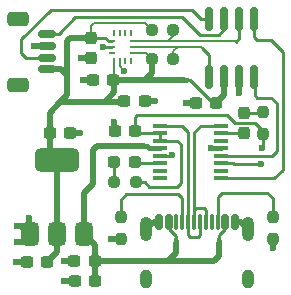
<source format=gbr>
%TF.GenerationSoftware,KiCad,Pcbnew,8.0.5*%
%TF.CreationDate,2024-11-23T20:35:32-07:00*%
%TF.ProjectId,2024_10_STM32C011J4M6_TestBoard,32303234-5f31-4305-9f53-544d33324330,rev?*%
%TF.SameCoordinates,Original*%
%TF.FileFunction,Copper,L1,Top*%
%TF.FilePolarity,Positive*%
%FSLAX46Y46*%
G04 Gerber Fmt 4.6, Leading zero omitted, Abs format (unit mm)*
G04 Created by KiCad (PCBNEW 8.0.5) date 2024-11-23 20:35:32*
%MOMM*%
%LPD*%
G01*
G04 APERTURE LIST*
G04 Aperture macros list*
%AMRoundRect*
0 Rectangle with rounded corners*
0 $1 Rounding radius*
0 $2 $3 $4 $5 $6 $7 $8 $9 X,Y pos of 4 corners*
0 Add a 4 corners polygon primitive as box body*
4,1,4,$2,$3,$4,$5,$6,$7,$8,$9,$2,$3,0*
0 Add four circle primitives for the rounded corners*
1,1,$1+$1,$2,$3*
1,1,$1+$1,$4,$5*
1,1,$1+$1,$6,$7*
1,1,$1+$1,$8,$9*
0 Add four rect primitives between the rounded corners*
20,1,$1+$1,$2,$3,$4,$5,0*
20,1,$1+$1,$4,$5,$6,$7,0*
20,1,$1+$1,$6,$7,$8,$9,0*
20,1,$1+$1,$8,$9,$2,$3,0*%
G04 Aperture macros list end*
%TA.AperFunction,SMDPad,CuDef*%
%ADD10RoundRect,0.237500X0.250000X0.237500X-0.250000X0.237500X-0.250000X-0.237500X0.250000X-0.237500X0*%
%TD*%
%TA.AperFunction,SMDPad,CuDef*%
%ADD11RoundRect,0.237500X-0.250000X-0.237500X0.250000X-0.237500X0.250000X0.237500X-0.250000X0.237500X0*%
%TD*%
%TA.AperFunction,SMDPad,CuDef*%
%ADD12RoundRect,0.237500X0.237500X-0.250000X0.237500X0.250000X-0.237500X0.250000X-0.237500X-0.250000X0*%
%TD*%
%TA.AperFunction,SMDPad,CuDef*%
%ADD13RoundRect,0.237500X0.300000X0.237500X-0.300000X0.237500X-0.300000X-0.237500X0.300000X-0.237500X0*%
%TD*%
%TA.AperFunction,SMDPad,CuDef*%
%ADD14R,1.200000X0.400000*%
%TD*%
%TA.AperFunction,SMDPad,CuDef*%
%ADD15RoundRect,0.237500X-0.300000X-0.237500X0.300000X-0.237500X0.300000X0.237500X-0.300000X0.237500X0*%
%TD*%
%TA.AperFunction,SMDPad,CuDef*%
%ADD16RoundRect,0.237500X-0.237500X0.250000X-0.237500X-0.250000X0.237500X-0.250000X0.237500X0.250000X0*%
%TD*%
%TA.AperFunction,SMDPad,CuDef*%
%ADD17RoundRect,0.237500X0.237500X-0.287500X0.237500X0.287500X-0.237500X0.287500X-0.237500X-0.287500X0*%
%TD*%
%TA.AperFunction,SMDPad,CuDef*%
%ADD18RoundRect,0.375000X0.375000X-0.625000X0.375000X0.625000X-0.375000X0.625000X-0.375000X-0.625000X0*%
%TD*%
%TA.AperFunction,SMDPad,CuDef*%
%ADD19RoundRect,0.500000X1.400000X-0.500000X1.400000X0.500000X-1.400000X0.500000X-1.400000X-0.500000X0*%
%TD*%
%TA.AperFunction,SMDPad,CuDef*%
%ADD20R,0.250000X0.475000*%
%TD*%
%TA.AperFunction,SMDPad,CuDef*%
%ADD21R,0.475000X0.250000*%
%TD*%
%TA.AperFunction,SMDPad,CuDef*%
%ADD22RoundRect,0.150000X-0.150000X-0.500000X0.150000X-0.500000X0.150000X0.500000X-0.150000X0.500000X0*%
%TD*%
%TA.AperFunction,SMDPad,CuDef*%
%ADD23RoundRect,0.075000X-0.075000X-0.575000X0.075000X-0.575000X0.075000X0.575000X-0.075000X0.575000X0*%
%TD*%
%TA.AperFunction,ComponentPad*%
%ADD24O,1.000000X2.100000*%
%TD*%
%TA.AperFunction,ComponentPad*%
%ADD25O,1.000000X1.600000*%
%TD*%
%TA.AperFunction,SMDPad,CuDef*%
%ADD26RoundRect,0.237500X0.287500X0.237500X-0.287500X0.237500X-0.287500X-0.237500X0.287500X-0.237500X0*%
%TD*%
%TA.AperFunction,SMDPad,CuDef*%
%ADD27RoundRect,0.237500X-0.237500X0.300000X-0.237500X-0.300000X0.237500X-0.300000X0.237500X0.300000X0*%
%TD*%
%TA.AperFunction,SMDPad,CuDef*%
%ADD28RoundRect,0.150000X0.625000X-0.150000X0.625000X0.150000X-0.625000X0.150000X-0.625000X-0.150000X0*%
%TD*%
%TA.AperFunction,SMDPad,CuDef*%
%ADD29RoundRect,0.250000X0.650000X-0.350000X0.650000X0.350000X-0.650000X0.350000X-0.650000X-0.350000X0*%
%TD*%
%TA.AperFunction,SMDPad,CuDef*%
%ADD30RoundRect,0.150000X0.150000X-0.825000X0.150000X0.825000X-0.150000X0.825000X-0.150000X-0.825000X0*%
%TD*%
%TA.AperFunction,ViaPad*%
%ADD31C,0.600000*%
%TD*%
%TA.AperFunction,Conductor*%
%ADD32C,0.200000*%
%TD*%
%TA.AperFunction,Conductor*%
%ADD33C,0.508000*%
%TD*%
%TA.AperFunction,Conductor*%
%ADD34C,0.381000*%
%TD*%
%TA.AperFunction,Conductor*%
%ADD35C,0.254000*%
%TD*%
%TA.AperFunction,Conductor*%
%ADD36C,0.304800*%
%TD*%
G04 APERTURE END LIST*
D10*
%TO.P,R6,1*%
%TO.N,/I2C_SCL*%
X122021900Y-70729200D03*
%TO.P,R6,2*%
%TO.N,+3.3V*%
X120196900Y-70729200D03*
%TD*%
D11*
%TO.P,R5,1*%
%TO.N,+3.3V*%
X120171900Y-68254200D03*
%TO.P,R5,2*%
%TO.N,/I2C_SDA*%
X121996900Y-68254200D03*
%TD*%
D12*
%TO.P,R4,1*%
%TO.N,GND*%
X117551200Y-85926300D03*
%TO.P,R4,2*%
%TO.N,Net-(J3-CC1)*%
X117551200Y-84101300D03*
%TD*%
D13*
%TO.P,C7,1*%
%TO.N,+3.3V*%
X125652700Y-74422000D03*
%TO.P,C7,2*%
%TO.N,GND*%
X123927700Y-74422000D03*
%TD*%
D14*
%TO.P,U2,1,TXD*%
%TO.N,/FTDI_TX*%
X126094800Y-80804600D03*
%TO.P,U2,2,~{RTS}*%
%TO.N,unconnected-(U2-~{RTS}-Pad2)*%
X126094800Y-80169600D03*
%TO.P,U2,3,VCCIO*%
%TO.N,/MODE*%
X126094800Y-79534600D03*
%TO.P,U2,4,RXD*%
%TO.N,/FTDI_RX*%
X126094800Y-78899600D03*
%TO.P,U2,5,GND*%
%TO.N,GND*%
X126094800Y-78264600D03*
%TO.P,U2,6,~{CTS}*%
%TO.N,unconnected-(U2-~{CTS}-Pad6)*%
X126094800Y-77629600D03*
%TO.P,U2,7,CBUS2*%
%TO.N,Net-(D2-K)*%
X126094800Y-76994600D03*
%TO.P,U2,8,USBDP*%
%TO.N,/FTDI_D+*%
X126094800Y-76359600D03*
%TO.P,U2,9,USBDM*%
%TO.N,/FTDI_D-*%
X120894800Y-76359600D03*
%TO.P,U2,10,3V3OUT*%
%TO.N,/MODE*%
X120894800Y-76994600D03*
%TO.P,U2,11,~{RESET}*%
X120894800Y-77629600D03*
%TO.P,U2,12,VCC*%
%TO.N,+5V*%
X120894800Y-78264600D03*
%TO.P,U2,13,GND*%
%TO.N,GND*%
X120894800Y-78899600D03*
%TO.P,U2,14,CBUS1*%
%TO.N,Net-(D1-K)*%
X120894800Y-79534600D03*
%TO.P,U2,15,CBUS0*%
%TO.N,unconnected-(U2-CBUS0-Pad15)*%
X120894800Y-80169600D03*
%TO.P,U2,16,CBUS3*%
%TO.N,unconnected-(U2-CBUS3-Pad16)*%
X120894800Y-80804600D03*
%TD*%
D15*
%TO.P,C9,1*%
%TO.N,+3.3V*%
X117869100Y-74289100D03*
%TO.P,C9,2*%
%TO.N,GND*%
X119594100Y-74289100D03*
%TD*%
D13*
%TO.P,C5,1*%
%TO.N,+3.3V*%
X111327100Y-87884000D03*
%TO.P,C5,2*%
%TO.N,GND*%
X109602100Y-87884000D03*
%TD*%
D16*
%TO.P,R3,1*%
%TO.N,Net-(J3-CC2)*%
X130454400Y-84101300D03*
%TO.P,R3,2*%
%TO.N,GND*%
X130454400Y-85926300D03*
%TD*%
D17*
%TO.P,D2,1,K*%
%TO.N,Net-(D2-K)*%
X127965200Y-77024200D03*
%TO.P,D2,2,A*%
%TO.N,Net-(D2-A)*%
X127965200Y-75274200D03*
%TD*%
D13*
%TO.P,C1,1*%
%TO.N,/MODE*%
X118769300Y-76835000D03*
%TO.P,C1,2*%
%TO.N,GND*%
X117044300Y-76835000D03*
%TD*%
D18*
%TO.P,U3,1,GND*%
%TO.N,GND*%
X109841000Y-85547600D03*
%TO.P,U3,2,VO*%
%TO.N,+3.3V*%
X112141000Y-85547600D03*
D19*
X112141000Y-79247600D03*
D18*
%TO.P,U3,3,VI*%
%TO.N,+5V*%
X114441000Y-85547600D03*
%TD*%
D20*
%TO.P,MT1,1,AP_SDO/AP_AD0*%
%TO.N,unconnected-(MT1-AP_SDO{slash}AP_AD0-Pad1)*%
X118459400Y-68566700D03*
%TO.P,MT1,2,RESV*%
%TO.N,unconnected-(MT1-RESV-Pad2)*%
X117959400Y-68566700D03*
%TO.P,MT1,3,RESV__1*%
%TO.N,unconnected-(MT1-RESV__1-Pad3)*%
X117459400Y-68566700D03*
%TO.P,MT1,4,INT1/INT*%
%TO.N,unconnected-(MT1-INT1{slash}INT-Pad4)*%
X116959400Y-68566700D03*
D21*
%TO.P,MT1,5,VDDIO*%
%TO.N,+3.3V*%
X116796900Y-69229200D03*
%TO.P,MT1,6,GND*%
%TO.N,GND*%
X116796900Y-69729200D03*
%TO.P,MT1,7,RESV__2*%
%TO.N,unconnected-(MT1-RESV__2-Pad7)*%
X116796900Y-70229200D03*
D20*
%TO.P,MT1,8,VDD*%
%TO.N,+3.3V*%
X116959400Y-70891700D03*
%TO.P,MT1,9,INT2/FSYNC*%
%TO.N,GND*%
X117459400Y-70891700D03*
%TO.P,MT1,10,RESV__3*%
%TO.N,unconnected-(MT1-RESV__3-Pad10)*%
X117959400Y-70891700D03*
%TO.P,MT1,11,RESV__4*%
%TO.N,unconnected-(MT1-RESV__4-Pad11)*%
X118459400Y-70891700D03*
D21*
%TO.P,MT1,12,AP_CS*%
%TO.N,+3.3V*%
X118621900Y-70229200D03*
%TO.P,MT1,13,AP_SCL/AP_SCLK*%
%TO.N,/I2C_SCL*%
X118621900Y-69729200D03*
%TO.P,MT1,14,AP_SDA/AP_SDIO/AP_SDI*%
%TO.N,/I2C_SDA*%
X118621900Y-69229200D03*
%TD*%
D13*
%TO.P,C3,1*%
%TO.N,+5V*%
X115392200Y-89509600D03*
%TO.P,C3,2*%
%TO.N,GND*%
X113667200Y-89509600D03*
%TD*%
D22*
%TO.P,J3,A1,GND*%
%TO.N,GND*%
X120828200Y-84494600D03*
%TO.P,J3,A4,VBUS*%
%TO.N,+5V*%
X121628200Y-84494600D03*
D23*
%TO.P,J3,A5,CC1*%
%TO.N,Net-(J3-CC1)*%
X122778200Y-84494600D03*
%TO.P,J3,A6,D+*%
%TO.N,/FTDI_D+*%
X123778200Y-84494600D03*
%TO.P,J3,A7,D-*%
%TO.N,/FTDI_D-*%
X124278200Y-84494600D03*
%TO.P,J3,A8*%
%TO.N,N/C*%
X125278200Y-84494600D03*
D22*
%TO.P,J3,A9,VBUS*%
%TO.N,+5V*%
X126428200Y-84494600D03*
%TO.P,J3,A12,GND*%
%TO.N,GND*%
X127228200Y-84494600D03*
%TO.P,J3,B1,GND*%
X127228200Y-84494600D03*
%TO.P,J3,B4,VBUS*%
%TO.N,+5V*%
X126428200Y-84494600D03*
D23*
%TO.P,J3,B5,CC2*%
%TO.N,Net-(J3-CC2)*%
X125778200Y-84494600D03*
%TO.P,J3,B6,D+*%
%TO.N,/FTDI_D+*%
X124778200Y-84494600D03*
%TO.P,J3,B7,D-*%
%TO.N,/FTDI_D-*%
X123278200Y-84494600D03*
%TO.P,J3,B8*%
%TO.N,N/C*%
X122278200Y-84494600D03*
D22*
%TO.P,J3,B9,VBUS*%
%TO.N,+5V*%
X121628200Y-84494600D03*
%TO.P,J3,B12,GND*%
%TO.N,GND*%
X120828200Y-84494600D03*
D24*
%TO.P,J3,S1,SHIELD*%
X119708200Y-85134600D03*
D25*
X119708200Y-89314600D03*
D24*
X128348200Y-85134600D03*
D25*
X128348200Y-89314600D03*
%TD*%
D11*
%TO.P,R1,1*%
%TO.N,Net-(D1-A)*%
X116994300Y-81178400D03*
%TO.P,R1,2*%
%TO.N,/MODE*%
X118819300Y-81178400D03*
%TD*%
D15*
%TO.P,C6,1*%
%TO.N,+3.3V*%
X111532500Y-76962000D03*
%TO.P,C6,2*%
%TO.N,GND*%
X113257500Y-76962000D03*
%TD*%
D26*
%TO.P,D1,1,K*%
%TO.N,Net-(D1-K)*%
X118767800Y-79476600D03*
%TO.P,D1,2,A*%
%TO.N,Net-(D1-A)*%
X117017800Y-79476600D03*
%TD*%
D27*
%TO.P,C10,1*%
%TO.N,+3.3V*%
X115017000Y-68917500D03*
%TO.P,C10,2*%
%TO.N,GND*%
X115017000Y-70642500D03*
%TD*%
D13*
%TO.P,C8,1*%
%TO.N,+3.3V*%
X116946900Y-72529200D03*
%TO.P,C8,2*%
%TO.N,GND*%
X115221900Y-72529200D03*
%TD*%
D28*
%TO.P,J2,1,Pin_1*%
%TO.N,+3.3V*%
X111353600Y-71602600D03*
%TO.P,J2,2,Pin_2*%
%TO.N,/SWCLK*%
X111353600Y-70602600D03*
%TO.P,J2,3,Pin_3*%
%TO.N,GND*%
X111353600Y-69602600D03*
%TO.P,J2,4,Pin_4*%
%TO.N,/SWDIO*%
X111353600Y-68602600D03*
D29*
%TO.P,J2,MP*%
%TO.N,N/C*%
X108828600Y-72902600D03*
X108828600Y-67302600D03*
%TD*%
D16*
%TO.P,R2,1*%
%TO.N,Net-(D2-A)*%
X129616200Y-75236700D03*
%TO.P,R2,2*%
%TO.N,/MODE*%
X129616200Y-77061700D03*
%TD*%
D13*
%TO.P,C4,1*%
%TO.N,+5V*%
X115365700Y-87807800D03*
%TO.P,C4,2*%
%TO.N,GND*%
X113640700Y-87807800D03*
%TD*%
D30*
%TO.P,U1,1,PC14/PB7*%
%TO.N,/I2C_SCL*%
X125069600Y-72274200D03*
%TO.P,U1,2,VDD*%
%TO.N,+3.3V*%
X126339600Y-72274200D03*
%TO.P,U1,3,VSS*%
%TO.N,GND*%
X127609600Y-72274200D03*
%TO.P,U1,4,PF2/PA0/PA1/PA2*%
%TO.N,/FTDI_RX*%
X128879600Y-72274200D03*
%TO.P,U1,5,PA8/PA9/PA11*%
%TO.N,/FTDI_TX*%
X128879600Y-67324200D03*
%TO.P,U1,6,PA10/PA12*%
%TO.N,/I2C_SDA*%
X127609600Y-67324200D03*
%TO.P,U1,7,PA13*%
%TO.N,/SWDIO*%
X126339600Y-67324200D03*
%TO.P,U1,8,PC15/PA14/PB6*%
%TO.N,/SWCLK*%
X125069600Y-67324200D03*
%TD*%
D31*
%TO.N,GND*%
X117834400Y-71704200D03*
X108762800Y-84836000D03*
X114369200Y-72523300D03*
X130454400Y-86741000D03*
X109829600Y-84201000D03*
X110261400Y-69596000D03*
X108737400Y-87884000D03*
X123063000Y-74422000D03*
X125171200Y-78257400D03*
X112776000Y-87807800D03*
X112801400Y-89509600D03*
X114122200Y-76962000D03*
X117017800Y-76022200D03*
X108762800Y-86233000D03*
X116021000Y-69735100D03*
X121945400Y-78892400D03*
X127609600Y-73609200D03*
X120472200Y-74269600D03*
X114217600Y-70624100D03*
X116763800Y-85928200D03*
%TO.N,/MODE*%
X129565400Y-78257400D03*
X129438400Y-79603600D03*
%TD*%
D32*
%TO.N,+3.3V*%
X119596900Y-67679200D02*
X120171900Y-68254200D01*
X115259400Y-67679200D02*
X119596900Y-67679200D01*
X115259400Y-67679200D02*
X115017000Y-67921600D01*
X115017000Y-67921600D02*
X115017000Y-68917500D01*
X120171900Y-68254200D02*
X120171900Y-67866700D01*
%TO.N,GND*%
X117459400Y-71329200D02*
X117834400Y-71704200D01*
X117459400Y-70891700D02*
X117459400Y-71329200D01*
%TO.N,/I2C_SDA*%
X121534400Y-69229200D02*
X121996900Y-68766700D01*
X121996900Y-68766700D02*
X121996900Y-68254200D01*
X121534400Y-69229200D02*
X127289400Y-69229200D01*
X118621900Y-69229200D02*
X121534400Y-69229200D01*
%TO.N,/I2C_SCL*%
X122021900Y-70091700D02*
X122021900Y-70729200D01*
X122384400Y-69729200D02*
X122021900Y-70091700D01*
X118621900Y-69729200D02*
X122559400Y-69729200D01*
X122559400Y-69729200D02*
X124440800Y-69729200D01*
X122559400Y-69729200D02*
X122384400Y-69729200D01*
D33*
%TO.N,+3.3V*%
X117034400Y-73504200D02*
X117034400Y-72616700D01*
X115984400Y-74345800D02*
X116192800Y-74345800D01*
X115984400Y-74345800D02*
X117812400Y-74345800D01*
X117034400Y-72616700D02*
X116946900Y-72529200D01*
X116192800Y-74345800D02*
X117034400Y-73504200D01*
X113639600Y-74345800D02*
X115984400Y-74345800D01*
D32*
X116959400Y-72516700D02*
X116946900Y-72529200D01*
X116959400Y-70891700D02*
X116959400Y-72516700D01*
D33*
X116984500Y-72491600D02*
X116946900Y-72529200D01*
X119484400Y-72491600D02*
X116984500Y-72491600D01*
X120196900Y-71891700D02*
X120196900Y-70729200D01*
X119484400Y-72491600D02*
X119597000Y-72491600D01*
X119597000Y-72491600D02*
X120196900Y-71891700D01*
X121132600Y-72491600D02*
X119484400Y-72491600D01*
D32*
X119696900Y-70229200D02*
X120196900Y-70729200D01*
X118621900Y-70229200D02*
X119696900Y-70229200D01*
D33*
X113234400Y-68979200D02*
X114955300Y-68979200D01*
X114955300Y-68979200D02*
X115017000Y-68917500D01*
X112979200Y-69234400D02*
X113234400Y-68979200D01*
X112979200Y-72059800D02*
X112979200Y-69234400D01*
D32*
%TO.N,/I2C_SDA*%
X127289400Y-69229200D02*
X127328100Y-69267900D01*
%TO.N,/I2C_SCL*%
X124440800Y-69729200D02*
X124479500Y-69767900D01*
D33*
%TO.N,GND*%
X109829600Y-85536200D02*
X109841000Y-85547600D01*
X109841000Y-85547600D02*
X109841000Y-86069200D01*
D34*
X126094800Y-78264600D02*
X125178400Y-78264600D01*
D33*
X114236000Y-70642500D02*
X114217600Y-70624100D01*
X109829600Y-84201000D02*
X109829600Y-85536200D01*
X127228200Y-84494600D02*
X127708200Y-84494600D01*
X119594100Y-74289100D02*
X120452700Y-74289100D01*
X123927700Y-74422000D02*
X123063000Y-74422000D01*
X115221900Y-72529200D02*
X114375100Y-72529200D01*
X127609600Y-72274200D02*
X127609600Y-73609200D01*
X110261400Y-69596000D02*
X111347000Y-69596000D01*
X120828200Y-84494600D02*
X120348200Y-84494600D01*
X109841000Y-86069200D02*
X109677200Y-86233000D01*
X112776000Y-87807800D02*
X113640700Y-87807800D01*
D35*
X116026900Y-69729200D02*
X116021000Y-69735100D01*
D33*
X109129400Y-84836000D02*
X109841000Y-85547600D01*
D35*
X120894800Y-78899600D02*
X121938200Y-78899600D01*
D33*
X115017000Y-70642500D02*
X114236000Y-70642500D01*
X114122200Y-76962000D02*
X113257500Y-76962000D01*
X108762800Y-84836000D02*
X109129400Y-84836000D01*
D34*
X125178400Y-78264600D02*
X125171200Y-78257400D01*
D33*
X130454400Y-85926300D02*
X130454400Y-86741000D01*
X120452700Y-74289100D02*
X120472200Y-74269600D01*
X114375100Y-72529200D02*
X114369200Y-72523300D01*
X108737400Y-87884000D02*
X109602100Y-87884000D01*
X109677200Y-86233000D02*
X108762800Y-86233000D01*
X120348200Y-84494600D02*
X119708200Y-85134600D01*
D35*
X116796900Y-69729200D02*
X116026900Y-69729200D01*
D33*
X127708200Y-84494600D02*
X128348200Y-85134600D01*
D35*
X121938200Y-78899600D02*
X121945400Y-78892400D01*
D33*
X111347000Y-69596000D02*
X111353600Y-69602600D01*
X112801400Y-89509600D02*
X113667200Y-89509600D01*
X117551200Y-85926300D02*
X116765700Y-85926300D01*
X116765700Y-85926300D02*
X116763800Y-85928200D01*
X117017800Y-76022200D02*
X117017800Y-76808500D01*
X117017800Y-76808500D02*
X117044300Y-76835000D01*
D35*
%TO.N,/MODE*%
X122682000Y-81203800D02*
X122326400Y-81559400D01*
X118769300Y-76835000D02*
X118769300Y-75667700D01*
X120894800Y-76994600D02*
X120894800Y-77629600D01*
X118948200Y-75488800D02*
X126568200Y-75488800D01*
X126568200Y-75488800D02*
X127228600Y-76149200D01*
X129438400Y-79603600D02*
X127152400Y-79603600D01*
X127083400Y-79534600D02*
X126094800Y-79534600D01*
X122682000Y-77952600D02*
X122682000Y-81203800D01*
X119989600Y-81559400D02*
X119608600Y-81178400D01*
X120894800Y-76994600D02*
X118928900Y-76994600D01*
X129616200Y-76860400D02*
X129616200Y-77061700D01*
X122326400Y-81559400D02*
X119989600Y-81559400D01*
X118769300Y-75667700D02*
X118948200Y-75488800D01*
X119608600Y-81178400D02*
X118819300Y-81178400D01*
X129616200Y-78206600D02*
X129565400Y-78257400D01*
X129616200Y-77061700D02*
X129616200Y-78206600D01*
X128905000Y-76149200D02*
X129616200Y-76860400D01*
X120894800Y-77629600D02*
X122359000Y-77629600D01*
X122359000Y-77629600D02*
X122682000Y-77952600D01*
X127228600Y-76149200D02*
X128905000Y-76149200D01*
X118928900Y-76994600D02*
X118769300Y-76835000D01*
X127152400Y-79603600D02*
X127083400Y-79534600D01*
D33*
%TO.N,+5V*%
X115392200Y-87834300D02*
X115365700Y-87807800D01*
X115239800Y-78409800D02*
X115239800Y-81280000D01*
D35*
X126428200Y-85103000D02*
X125882400Y-85648800D01*
D33*
X125882400Y-87426800D02*
X125882400Y-86283800D01*
D36*
X125882400Y-85928200D02*
X125882400Y-86106000D01*
D33*
X115365700Y-87807800D02*
X121335800Y-87807800D01*
D35*
X121628200Y-85103000D02*
X122224800Y-85699600D01*
D33*
X115392200Y-89509600D02*
X115392200Y-87834300D01*
X122224800Y-87122000D02*
X121539000Y-87807800D01*
X121335800Y-87807800D02*
X125501400Y-87807800D01*
D35*
X126428200Y-84494600D02*
X126428200Y-85103000D01*
D34*
X125882400Y-86106000D02*
X125882400Y-86283800D01*
D33*
X115570000Y-78079600D02*
X115239800Y-78409800D01*
X114441000Y-82078800D02*
X114441000Y-85547600D01*
X121539000Y-87807800D02*
X121335800Y-87807800D01*
D34*
X119946000Y-78264600D02*
X119761000Y-78079600D01*
X122224800Y-86131400D02*
X122224800Y-86309200D01*
D33*
X125501400Y-87807800D02*
X125882400Y-87426800D01*
X115366800Y-86473400D02*
X114441000Y-85547600D01*
D36*
X122224800Y-85953600D02*
X122224800Y-86131400D01*
D33*
X122224800Y-86309200D02*
X122224800Y-87122000D01*
X119532400Y-78079600D02*
X115570000Y-78079600D01*
X115365700Y-87807800D02*
X115366800Y-87806700D01*
D34*
X120894800Y-78264600D02*
X119946000Y-78264600D01*
X119761000Y-78079600D02*
X119532400Y-78079600D01*
D35*
X125882400Y-85648800D02*
X125882400Y-85928200D01*
D33*
X115366800Y-87806700D02*
X115366800Y-86473400D01*
D35*
X122224800Y-85699600D02*
X122224800Y-85953600D01*
X121628200Y-84494600D02*
X121628200Y-85103000D01*
D33*
X115239800Y-81280000D02*
X114441000Y-82078800D01*
%TO.N,+3.3V*%
X112979200Y-73812400D02*
X112445800Y-74345800D01*
D35*
X124739400Y-73787000D02*
X125374400Y-74422000D01*
X125374400Y-74422000D02*
X125652700Y-74422000D01*
D33*
X111532500Y-78639100D02*
X112141000Y-79247600D01*
D35*
X116946600Y-72528900D02*
X116946900Y-72529200D01*
D33*
X111353600Y-71602600D02*
X112522000Y-71602600D01*
D35*
X116249600Y-68922300D02*
X115021800Y-68922300D01*
D33*
X112141000Y-85547600D02*
X112141000Y-79247600D01*
D35*
X115021800Y-68922300D02*
X115017000Y-68917500D01*
X124307600Y-73355200D02*
X124739400Y-73787000D01*
D33*
X122885200Y-72491600D02*
X121132600Y-72491600D01*
X111532500Y-76962000D02*
X111532500Y-75259100D01*
X112445800Y-74345800D02*
X113639600Y-74345800D01*
D35*
X123444000Y-72491600D02*
X123266200Y-72491600D01*
D34*
X123088400Y-72491600D02*
X122885200Y-72491600D01*
D33*
X111532500Y-76962000D02*
X111532500Y-78639100D01*
D35*
X116796900Y-69229200D02*
X116556500Y-69229200D01*
X116556500Y-69229200D02*
X116249600Y-68922300D01*
D33*
X112141000Y-85547600D02*
X112141000Y-87070100D01*
X126339600Y-73735100D02*
X125652700Y-74422000D01*
D36*
X123266200Y-72491600D02*
X123088400Y-72491600D01*
D33*
X111532500Y-75259100D02*
X112445800Y-74345800D01*
X112979200Y-72059800D02*
X112979200Y-73812400D01*
D35*
X124307600Y-73355200D02*
X123444000Y-72491600D01*
D33*
X112522000Y-71602600D02*
X112979200Y-72059800D01*
X112141000Y-87070100D02*
X111327100Y-87884000D01*
X117812400Y-74345800D02*
X117869100Y-74289100D01*
X126339600Y-72274200D02*
X126339600Y-73735100D01*
D35*
%TO.N,/SWDIO*%
X113715800Y-67183000D02*
X122758200Y-67183000D01*
X126339600Y-68224400D02*
X126339600Y-67324200D01*
X125857000Y-68707000D02*
X126339600Y-68224400D01*
X112296200Y-68602600D02*
X113715800Y-67183000D01*
X124282200Y-68707000D02*
X125857000Y-68707000D01*
X122758200Y-67183000D02*
X124282200Y-68707000D01*
X111353600Y-68602600D02*
X112296200Y-68602600D01*
%TO.N,/SWCLK*%
X109540800Y-70602600D02*
X109143800Y-70205600D01*
X109143800Y-70205600D02*
X109143800Y-69037200D01*
X111353600Y-70602600D02*
X109540800Y-70602600D01*
X109143800Y-69037200D02*
X111633000Y-66548000D01*
X123571000Y-66548000D02*
X124347200Y-67324200D01*
X111633000Y-66548000D02*
X123571000Y-66548000D01*
X124347200Y-67324200D02*
X125069600Y-67324200D01*
%TO.N,/FTDI_D+*%
X123778200Y-84494600D02*
X123780200Y-84492600D01*
X124778200Y-83503200D02*
X124587000Y-83312000D01*
X123780200Y-76930600D02*
X124351200Y-76359600D01*
X124778200Y-84494600D02*
X124778200Y-83503200D01*
X124587000Y-83312000D02*
X124008800Y-83312000D01*
X124351200Y-76359600D02*
X126094800Y-76359600D01*
X124008800Y-83312000D02*
X123780200Y-83540600D01*
X123780200Y-83540600D02*
X123780200Y-76930600D01*
X123780200Y-84492600D02*
X123780200Y-83540600D01*
%TO.N,/FTDI_D-*%
X123278200Y-84494600D02*
X123276200Y-84492600D01*
X124278200Y-85627400D02*
X124278200Y-84494600D01*
X123276200Y-76870400D02*
X122765400Y-76359600D01*
X122765400Y-76359600D02*
X120894800Y-76359600D01*
X123278200Y-84494600D02*
X123278200Y-85635400D01*
X123278200Y-85635400D02*
X123418600Y-85775800D01*
X123418600Y-85775800D02*
X124129800Y-85775800D01*
X123276200Y-84492600D02*
X123276200Y-76870400D01*
X124129800Y-85775800D02*
X124278200Y-85627400D01*
%TO.N,/I2C_SCL*%
X125069600Y-70358000D02*
X125069600Y-72274200D01*
X124479500Y-69767900D02*
X125069600Y-70358000D01*
%TO.N,/I2C_SDA*%
X127328100Y-69267900D02*
X127609600Y-68986400D01*
X127609600Y-68986400D02*
X127609600Y-67324200D01*
%TO.N,/FTDI_RX*%
X130371000Y-78899600D02*
X130759200Y-78511400D01*
X130327400Y-74015600D02*
X129108200Y-74015600D01*
X130759200Y-78511400D02*
X130759200Y-74447400D01*
X128905000Y-73812400D02*
X128905000Y-72299600D01*
X130759200Y-74447400D02*
X130327400Y-74015600D01*
X128905000Y-72299600D02*
X128879600Y-72274200D01*
X126094800Y-78899600D02*
X130371000Y-78899600D01*
X129108200Y-74015600D02*
X128905000Y-73812400D01*
%TO.N,/FTDI_TX*%
X131267200Y-70129400D02*
X130251200Y-69113400D01*
X131267200Y-80111600D02*
X131267200Y-70129400D01*
X129133600Y-69113400D02*
X128879600Y-68859400D01*
X130251200Y-69113400D02*
X129133600Y-69113400D01*
X126094800Y-80804600D02*
X130574200Y-80804600D01*
X128879600Y-68859400D02*
X128879600Y-67324200D01*
X130574200Y-80804600D02*
X131267200Y-80111600D01*
%TO.N,Net-(J3-CC1)*%
X117551200Y-82677000D02*
X117551200Y-84101300D01*
X122778200Y-82519200D02*
X122453400Y-82194400D01*
X118033800Y-82194400D02*
X117551200Y-82677000D01*
X122778200Y-84494600D02*
X122778200Y-82519200D01*
X122453400Y-82194400D02*
X118033800Y-82194400D01*
%TO.N,Net-(J3-CC2)*%
X125778200Y-82374800D02*
X126111000Y-82042000D01*
X126111000Y-82042000D02*
X129971800Y-82042000D01*
X125778200Y-84494600D02*
X125778200Y-82374800D01*
X130454400Y-82524600D02*
X130454400Y-84101300D01*
X129971800Y-82042000D02*
X130454400Y-82524600D01*
%TO.N,Net-(D1-K)*%
X120894800Y-79534600D02*
X118825800Y-79534600D01*
X118825800Y-79534600D02*
X118767800Y-79476600D01*
%TO.N,Net-(D1-A)*%
X117017800Y-79476600D02*
X117017800Y-81154900D01*
X117017800Y-81154900D02*
X116994300Y-81178400D01*
%TO.N,Net-(D2-A)*%
X127965200Y-75274200D02*
X129578700Y-75274200D01*
X129578700Y-75274200D02*
X129616200Y-75236700D01*
%TO.N,Net-(D2-K)*%
X127935600Y-76994600D02*
X127965200Y-77024200D01*
X126094800Y-76994600D02*
X127935600Y-76994600D01*
%TD*%
M02*

</source>
